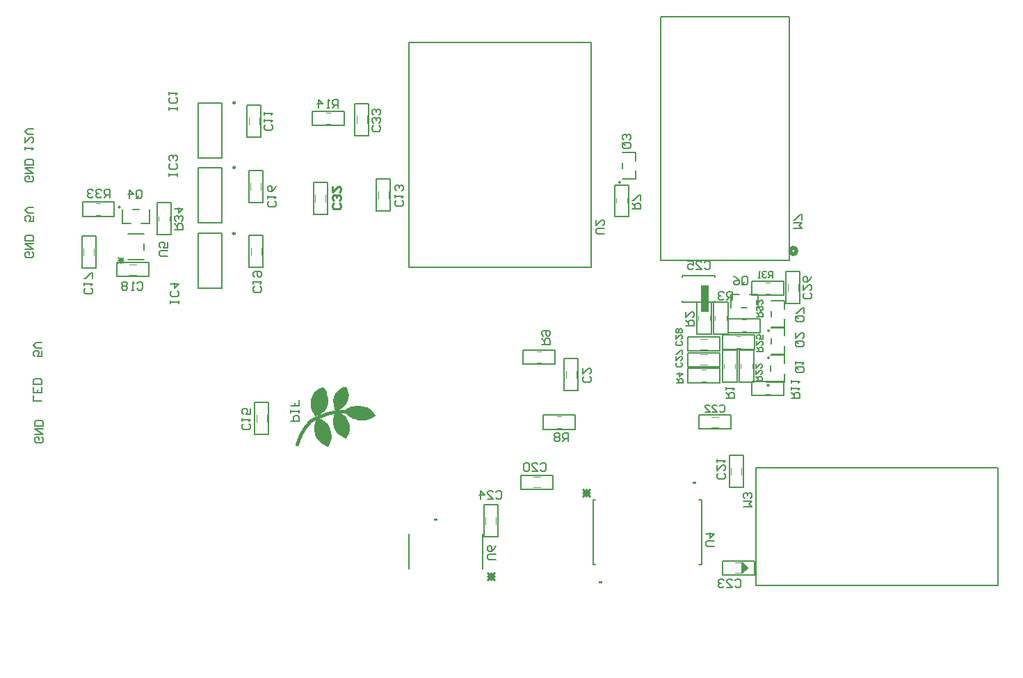
<source format=gbo>
G04*
G04 #@! TF.GenerationSoftware,Altium Limited,Altium Designer,18.1.6 (161)*
G04*
G04 Layer_Color=32896*
%FSTAX24Y24*%
%MOIN*%
G70*
G01*
G75*
%ADD10C,0.0098*%
%ADD11C,0.0080*%
%ADD12C,0.0200*%
%ADD13C,0.0050*%
%ADD14C,0.0060*%
%ADD16C,0.0040*%
%ADD18C,0.0079*%
%ADD20C,0.0158*%
%ADD133C,0.0090*%
G36*
X029368Y028183D02*
X029368Y028184D01*
X029355Y028354D01*
X029355Y028355D01*
X029355Y028356D01*
X029318Y028489D01*
X029317Y028489D01*
X029317Y02849D01*
X029242Y028669D01*
X029242Y028669D01*
X029242Y02867D01*
X029192Y028757D01*
X029191Y028758D01*
X029191Y028758D01*
X029145Y028808D01*
X029144Y028809D01*
X029144Y028809D01*
X029086Y028851D01*
X029086Y028851D01*
X029086Y028851D01*
X029011Y028901D01*
X029011Y028901D01*
X02901Y028901D01*
X028881Y028984D01*
X028881Y028984D01*
X028881Y028985D01*
X028831Y02901D01*
X028773Y029039D01*
X028771Y029039D01*
X02877Y02904D01*
X028753D01*
X028752Y029039D01*
X028751Y029039D01*
X028627Y02899D01*
X028627Y02899D01*
X028626Y02899D01*
X028626Y028989D01*
X028625Y028989D01*
X028625Y028988D01*
X028624Y028987D01*
X028624Y028986D01*
X028623Y028986D01*
X028605Y02891D01*
X028589Y028856D01*
X028589Y028856D01*
X028588Y028855D01*
X028572Y028776D01*
X028572Y028776D01*
X028572Y028776D01*
X028551Y028668D01*
X028551Y028668D01*
X028551Y028668D01*
X028534Y028572D01*
X028534Y028571D01*
X028534Y028571D01*
Y028479D01*
X028534Y028479D01*
X028534Y028478D01*
X028542Y028387D01*
X028543Y028386D01*
X028542Y028386D01*
X028559Y028315D01*
X028559Y028315D01*
X028559Y028315D01*
X028589Y028215D01*
X028589Y028214D01*
X028589Y028214D01*
X028651Y028101D01*
X028652Y028101D01*
X028652Y028101D01*
X028689Y028042D01*
X02869Y028042D01*
X02869Y028041D01*
X028811Y027924D01*
X028811Y027924D01*
X028811Y027924D01*
X028886Y027854D01*
X028886Y027854D01*
X028886Y027853D01*
X028941Y027807D01*
X028941Y027807D01*
X028942Y027807D01*
X029004Y027773D01*
X02912Y027707D01*
X029121Y027707D01*
X029121Y027707D01*
X029183Y027673D01*
X029185Y027673D01*
X029188Y027673D01*
X029188Y027673D01*
X029188Y027673D01*
X02919Y027674D01*
X029192Y027675D01*
X029271Y027792D01*
X029271Y027793D01*
X029271Y027793D01*
X029305Y027868D01*
X029305Y027868D01*
X029305Y027869D01*
X029334Y027965D01*
X029334Y027965D01*
X029334Y027965D01*
X029359Y028052D01*
X029359Y028053D01*
X029359Y028054D01*
X029368Y028183D01*
X029368Y028183D01*
D02*
G37*
G36*
X029218Y029923D02*
X029218Y029924D01*
X02921Y030003D01*
X02921Y030004D01*
X02921Y030004D01*
X029189Y030079D01*
X029152Y030229D01*
X029151Y03023D01*
Y03023D01*
X029131Y03028D01*
X02913Y03028D01*
X02913Y030281D01*
X029072Y030393D01*
X029072Y030393D01*
X029072Y030394D01*
X029005Y030494D01*
X029005Y030494D01*
X029005Y030494D01*
X028971Y030536D01*
X02897Y030536D01*
X028969Y030538D01*
X028968Y030538D01*
X028967Y030538D01*
X028966Y030538D01*
X028964Y030538D01*
X028889Y030509D01*
X028889Y030508D01*
X028888Y030508D01*
X028801Y030462D01*
X028801Y030462D01*
X028801Y030462D01*
X028738Y030429D01*
X028738Y030429D01*
X028738Y030429D01*
X028613Y030341D01*
X028612Y030341D01*
X028612Y030341D01*
X028553Y030282D01*
X028553Y030282D01*
X028553Y030281D01*
X028507Y030215D01*
X028507Y030214D01*
X028506Y030214D01*
X028473Y030147D01*
X028473Y030147D01*
X028473Y030147D01*
X028427Y030051D01*
X028427Y030051D01*
X028427Y030051D01*
X028402Y029993D01*
X028402Y029992D01*
X028402Y029991D01*
X028385Y029891D01*
X028385Y029891D01*
X028385Y02989D01*
X028381Y02974D01*
X028381Y02974D01*
X028381Y02974D01*
X028389Y029581D01*
X028389Y029581D01*
X028389Y02958D01*
X028414Y02946D01*
X028414Y029459D01*
X028414Y029459D01*
X028444Y029359D01*
X028444Y029359D01*
X028444Y029358D01*
X02849Y029258D01*
X02849Y029258D01*
X02849Y029258D01*
X028536Y029183D01*
X028536Y029182D01*
X028536Y029182D01*
X028578Y029128D01*
X028578Y029128D01*
X028578Y029127D01*
X028579Y029127D01*
X02858Y029126D01*
X028581Y029126D01*
X028582Y029125D01*
X028583Y029125D01*
X028583Y029125D01*
X028584Y029126D01*
X028585Y029126D01*
X028835Y029205D01*
X028837Y029206D01*
X028838Y029207D01*
X028854Y029232D01*
X028962Y029323D01*
X029012Y029364D01*
X029012Y029365D01*
X029013Y029365D01*
X029067Y029427D01*
X029067Y029428D01*
X029067Y029428D01*
X029134Y029533D01*
X029134Y029533D01*
X029134Y029533D01*
X029176Y029621D01*
X029176Y029621D01*
X029177Y029622D01*
X029206Y029772D01*
X029206Y029772D01*
X029206Y029773D01*
X029218Y029923D01*
X029218Y029923D01*
D02*
G37*
G36*
X030734Y029625D02*
X030734Y029625D01*
X030822Y029612D01*
X030822Y029612D01*
X030822Y029612D01*
X030901Y029596D01*
X030901Y029596D01*
X030901Y029596D01*
X031014Y029571D01*
X031014Y02957D01*
X031015Y02957D01*
X031065Y029549D01*
X031065Y029549D01*
X031065Y029549D01*
X031132Y02952D01*
X031132Y02952D01*
X031133Y02952D01*
X031179Y029486D01*
X031179Y029486D01*
X031179Y029486D01*
X031262Y029423D01*
X031262Y029423D01*
X031263Y029423D01*
X031321Y02936D01*
X031321Y02936D01*
X031321Y02936D01*
X031392Y029281D01*
X031392Y02928D01*
X031393Y02928D01*
X03143Y029222D01*
X03143Y029221D01*
X031431Y029221D01*
X031464Y02915D01*
X031464Y029148D01*
X031464Y029146D01*
X031464Y029146D01*
X031464Y029146D01*
X031463Y029144D01*
X031461Y029142D01*
X03142Y029121D01*
X031354Y029076D01*
X031353Y029076D01*
X031353Y029076D01*
X031257Y029017D01*
X031257Y029017D01*
X031256Y029017D01*
X031181Y028987D01*
X031181Y028987D01*
X031181Y028987D01*
X031102Y028958D01*
X031101Y028958D01*
X031101Y028958D01*
X030988Y028945D01*
X030988Y028945D01*
X030988Y028945D01*
X030892Y028937D01*
X030892Y028937D01*
X030892Y028937D01*
X030733D01*
X030733Y028937D01*
X030733Y028937D01*
X030658Y028941D01*
X030657Y028942D01*
X030657Y028941D01*
X030573Y028962D01*
X030573Y028962D01*
X030573Y028962D01*
X03049Y028983D01*
X03049Y028983D01*
X030489Y028983D01*
X030414Y029012D01*
X030314Y02905D01*
X030314Y02905D01*
X030314Y02905D01*
X030247Y029088D01*
X030247Y029088D01*
X030246Y029088D01*
X030138Y029172D01*
X030137Y029172D01*
X030137Y029173D01*
X030062Y029269D01*
X030062Y029269D01*
X030061Y029269D01*
X030028Y029323D01*
X030028Y029324D01*
X030027Y029325D01*
X029998Y029429D01*
X029998Y02943D01*
X029998Y029431D01*
X029998Y029433D01*
X029998Y029434D01*
X029999Y029435D01*
X03Y029436D01*
X030001Y029436D01*
X030002Y029437D01*
X030003Y029437D01*
X030004Y029437D01*
X030037Y029437D01*
X030047Y02945D01*
X030048Y029451D01*
X030048Y029451D01*
X030112Y029507D01*
X030112Y029507D01*
X030113Y029508D01*
X030165Y029544D01*
X030165Y029544D01*
X030166Y029544D01*
X03023Y029572D01*
X03023Y029572D01*
X03023Y029572D01*
X030265Y029583D01*
X030265Y029583D01*
X030265Y029583D01*
X030353Y0296D01*
X030353Y0296D01*
X030353Y0296D01*
X030403Y029608D01*
X030403Y029608D01*
X030404Y029608D01*
X030512Y029616D01*
X030512Y029616D01*
X030512Y029616D01*
X030641Y029625D01*
X030641Y029625D01*
X030642Y029625D01*
X030733D01*
X030734Y029625D01*
D02*
G37*
G36*
X030034Y030561D02*
X030034Y030561D01*
X030036Y030559D01*
X030038Y030558D01*
X030096Y030475D01*
X030096Y030474D01*
X030097Y030474D01*
X030126Y030407D01*
Y030407D01*
X030126Y030407D01*
X030155Y030341D01*
X030155Y03034D01*
X030155Y030339D01*
X030176Y030248D01*
X030176Y030248D01*
X030176Y030247D01*
X030193Y030147D01*
X030193Y030147D01*
X030193Y030146D01*
X030185Y030034D01*
X030185Y030033D01*
X030185Y030033D01*
X030168Y029953D01*
X030168Y029953D01*
X030168Y029952D01*
X03013Y029861D01*
X03013Y02986D01*
X03013Y02986D01*
X030096Y02979D01*
X030092Y029779D01*
X030092Y029779D01*
X030092Y029779D01*
X030081Y029757D01*
X030081Y029757D01*
X030081Y029757D01*
X03007Y029736D01*
X03007Y029736D01*
X03007Y029736D01*
X030057Y029716D01*
X030057Y029715D01*
X030057Y029715D01*
X03005Y029705D01*
X03005Y029705D01*
X03005Y029705D01*
X029978Y029617D01*
X029978Y029616D01*
X029978Y029616D01*
X029908Y029546D01*
X029907Y029546D01*
X029907Y029545D01*
X029832Y029495D01*
X029832Y029495D01*
X029831Y029495D01*
X029694Y029424D01*
X029693Y029424D01*
X029692Y029423D01*
X029563Y029403D01*
X029562Y029403D01*
X029562Y029403D01*
X029561Y029403D01*
X02956Y029403D01*
X029559Y029404D01*
X029558Y029404D01*
X029558Y029404D01*
X029557Y029404D01*
X029557Y029405D01*
X029556Y029406D01*
X029514Y029476D01*
X029514Y029477D01*
X029514Y029478D01*
X029497Y029528D01*
X029497Y029528D01*
X029497Y029528D01*
X02948Y029591D01*
X029481Y029591D01*
X02948Y029591D01*
X029468Y029679D01*
X029468Y029679D01*
X029468Y029679D01*
X029447Y029875D01*
X029447Y029876D01*
X029447Y029876D01*
X029455Y02998D01*
X029456Y029981D01*
X029456Y029982D01*
X029472Y030036D01*
X029472Y030036D01*
X029472Y030036D01*
X02951Y030136D01*
X02951Y030137D01*
X02951Y030137D01*
X029585Y030254D01*
X029585Y030254D01*
X029586Y030254D01*
X029644Y030333D01*
X029644Y030334D01*
X029645Y030335D01*
X029703Y030385D01*
X029703Y030385D01*
X029703Y030385D01*
X029766Y030435D01*
X029767Y030435D01*
X029767Y030435D01*
X029859Y030481D01*
X029859Y030481D01*
X029859Y030481D01*
X029934Y030519D01*
X029934Y030519D01*
X029934Y030519D01*
X029996Y030544D01*
X030029Y03056D01*
X030031Y030561D01*
X030033Y030561D01*
X030034Y030561D01*
D02*
G37*
G36*
X029712Y029339D02*
X029714Y029338D01*
X029756Y029313D01*
X029756Y029313D01*
X029756Y029313D01*
X029885Y029234D01*
X029885Y029234D01*
X029885Y029234D01*
X030035Y029117D01*
X030036Y029116D01*
X030037Y029116D01*
X030116Y028995D01*
X030116Y028995D01*
X030116Y028994D01*
X030149Y028933D01*
X03015Y028932D01*
X030187Y028861D01*
X030187Y02886D01*
X030187Y02886D01*
X030208Y028793D01*
X030208Y028793D01*
X030209Y028793D01*
X030234Y028701D01*
X030233Y028701D01*
X030234Y0287D01*
X030246Y028517D01*
X030246Y028516D01*
X030246Y028516D01*
X030238Y028441D01*
X030237Y02844D01*
X030237Y02844D01*
X030221Y028381D01*
X030221Y028381D01*
X030221Y028381D01*
X030196Y028306D01*
X030195Y028306D01*
X030195Y028305D01*
X030133Y028184D01*
X030133Y028184D01*
X030133Y028184D01*
X030062Y028075D01*
X03006Y028074D01*
X030059Y028073D01*
X030058Y028073D01*
X030058Y028073D01*
X030056Y028073D01*
X030054Y028073D01*
X029983Y028102D01*
X029983Y028102D01*
X029983Y028102D01*
X029879Y028152D01*
X029878Y028152D01*
X029878Y028152D01*
X029699Y028257D01*
X029699Y028257D01*
X029698Y028258D01*
X029631Y02832D01*
X029631Y02832D01*
X029631Y028321D01*
X029568Y0284D01*
X029568Y0284D01*
X029568Y0284D01*
X029531Y02845D01*
X02953Y028451D01*
X02953Y028452D01*
X0295Y028522D01*
Y028523D01*
X0295Y028523D01*
X029467Y028636D01*
X029467Y028636D01*
X029467Y028636D01*
X029442Y028811D01*
X029442Y028812D01*
X029442Y028813D01*
X029446Y028958D01*
X029446Y028959D01*
X029446Y028959D01*
X029488Y029147D01*
X029488Y029148D01*
X029488Y029148D01*
X029567Y029315D01*
X029568Y029316D01*
X029568Y029316D01*
X029568Y029316D01*
X029568Y029317D01*
X02957Y029317D01*
X029571Y029318D01*
X029571Y029318D01*
X029572Y029319D01*
X02971Y029339D01*
X029712Y029339D01*
D02*
G37*
G36*
X042175Y021235D02*
Y021135D01*
X042325D01*
Y021235D01*
X042175D01*
D02*
G37*
G36*
X04905Y02212D02*
X0493Y02187D01*
X04905Y02162D01*
Y02212D01*
D02*
G37*
G36*
X05Y01737D02*
D01*
D02*
G37*
G36*
X034425Y02413D02*
Y02423D01*
X034275D01*
Y02413D01*
X034425D01*
D02*
G37*
G36*
X046675Y025905D02*
Y026005D01*
X046825D01*
Y025905D01*
X046675D01*
D02*
G37*
G36*
X04743Y0354D02*
X04706D01*
Y03412D01*
X04743D01*
Y0354D01*
D02*
G37*
D10*
X024731Y037889D02*
G03*
X024731Y037889I-000049J0D01*
G01*
Y041039D02*
G03*
X024731Y041039I-000049J0D01*
G01*
Y044139D02*
G03*
X024731Y044139I-000049J0D01*
G01*
D11*
X01468Y04191D02*
Y042043D01*
Y041977D01*
X01508D01*
X015013Y04191D01*
X01468Y04251D02*
Y042243D01*
X014947Y04251D01*
X015013D01*
X01508Y042443D01*
Y04231D01*
X015013Y042243D01*
X01508Y042643D02*
X014813D01*
X01468Y042776D01*
X014813Y04291D01*
X01508D01*
Y038727D02*
Y03846D01*
X01488D01*
X014947Y038593D01*
Y03866D01*
X01488Y038727D01*
X014747D01*
X01468Y03866D01*
Y038527D01*
X014747Y03846D01*
X01508Y03886D02*
X014813D01*
X01468Y038993D01*
X014813Y039126D01*
X01508D01*
X015013Y040627D02*
X01508Y04056D01*
Y040427D01*
X015013Y04036D01*
X014747D01*
X01468Y040427D01*
Y04056D01*
X014747Y040627D01*
X01488D01*
Y040493D01*
X01468Y04076D02*
X01508D01*
X01468Y041026D01*
X01508D01*
Y04116D02*
X01468D01*
Y04136D01*
X014747Y041426D01*
X015013D01*
X01508Y04136D01*
Y04116D01*
X015013Y037007D02*
X01508Y03694D01*
Y036807D01*
X015013Y03674D01*
X014747D01*
X01468Y036807D01*
Y03694D01*
X014747Y037007D01*
X01488D01*
Y036873D01*
X01468Y03714D02*
X01508D01*
X01468Y037406D01*
X01508D01*
Y03754D02*
X01468D01*
Y03774D01*
X014747Y037806D01*
X015013D01*
X01508Y03774D01*
Y03754D01*
X0274Y028887D02*
X0278D01*
Y029087D01*
X027733Y029153D01*
X0276D01*
X027533Y029087D01*
Y028887D01*
X0278Y029287D02*
Y02942D01*
Y029353D01*
X0274D01*
Y029287D01*
Y02942D01*
X0278Y029886D02*
Y02962D01*
X0276D01*
Y029753D01*
Y02962D01*
X0274D01*
X015463Y028127D02*
X01553Y02806D01*
Y027927D01*
X015463Y02786D01*
X015197D01*
X01513Y027927D01*
Y02806D01*
X015197Y028127D01*
X01533D01*
Y027993D01*
X01513Y02826D02*
X01553D01*
X01513Y028526D01*
X01553D01*
Y02866D02*
X01513D01*
Y02886D01*
X015197Y028926D01*
X015463D01*
X01553Y02886D01*
Y02866D01*
X01547Y02985D02*
X01507D01*
Y030117D01*
X01547Y030516D02*
Y03025D01*
X01507D01*
Y030516D01*
X01527Y03025D02*
Y030383D01*
X01547Y03065D02*
X01507D01*
Y03085D01*
X015137Y030916D01*
X015403D01*
X01547Y03085D01*
Y03065D01*
X01546Y032277D02*
Y03201D01*
X01526D01*
X015327Y032143D01*
Y03221D01*
X01526Y032277D01*
X015127D01*
X01506Y03221D01*
Y032077D01*
X015127Y03201D01*
X01546Y03241D02*
X015193D01*
X01506Y032543D01*
X015193Y032676D01*
X01546D01*
X01914Y036467D02*
X019407Y036733D01*
X01914D02*
X019407Y036467D01*
X01914Y0366D02*
X019407D01*
X019273Y036733D02*
Y036467D01*
X047254Y036483D02*
X047321Y03655D01*
X047454D01*
X047521Y036483D01*
Y036217D01*
X047454Y03615D01*
X047321D01*
X047254Y036217D01*
X046854Y03615D02*
X047121D01*
X046854Y036417D01*
Y036483D01*
X046921Y03655D01*
X047054D01*
X047121Y036483D01*
X046454Y03655D02*
X046721D01*
Y03635D01*
X046588Y036417D01*
X046521D01*
X046454Y03635D01*
Y036217D01*
X046521Y03615D01*
X046654D01*
X046721Y036217D01*
X04772Y02289D02*
X047387D01*
X04732Y022957D01*
Y02309D01*
X047387Y023157D01*
X04772D01*
X04732Y02349D02*
X04772D01*
X04752Y02329D01*
Y023556D01*
X026483Y043097D02*
X02655Y04303D01*
Y042897D01*
X026483Y04283D01*
X026217D01*
X02615Y042897D01*
Y04303D01*
X026217Y043097D01*
X02615Y04323D02*
Y043363D01*
Y043297D01*
X02655D01*
X026483Y04323D01*
X02615Y043563D02*
Y043696D01*
Y04363D01*
X02655D01*
X026483Y043563D01*
X03723Y02227D02*
X036897D01*
X03683Y022337D01*
Y02247D01*
X036897Y022537D01*
X03723D01*
Y022936D02*
X037163Y022803D01*
X03703Y02267D01*
X036897D01*
X03683Y022737D01*
Y02287D01*
X036897Y022936D01*
X036963D01*
X03703Y02287D01*
Y02267D01*
X02149Y03679D02*
X021157D01*
X02109Y036857D01*
Y03699D01*
X021157Y037057D01*
X02149D01*
Y037456D02*
Y03719D01*
X02129D01*
X021357Y037323D01*
Y03739D01*
X02129Y037456D01*
X021157D01*
X02109Y03739D01*
Y037257D01*
X021157Y03719D01*
X04243Y03787D02*
X042097D01*
X04203Y037937D01*
Y03807D01*
X042097Y038137D01*
X04243D01*
X04203Y038536D02*
Y03827D01*
X042297Y038536D01*
X042363D01*
X04243Y03847D01*
Y038337D01*
X042363Y03827D01*
X02184Y03808D02*
X02224D01*
Y03828D01*
X022173Y038347D01*
X02204D01*
X021973Y03828D01*
Y03808D01*
Y038213D02*
X02184Y038347D01*
X022173Y03848D02*
X02224Y038547D01*
Y03868D01*
X022173Y038746D01*
X022107D01*
X02204Y03868D01*
Y038613D01*
Y03868D01*
X021973Y038746D01*
X021907D01*
X02184Y03868D01*
Y038547D01*
X021907Y03848D01*
X02184Y03908D02*
X02224D01*
X02204Y03888D01*
Y039146D01*
X01875Y0396D02*
Y04D01*
X01855D01*
X018483Y039933D01*
Y0398D01*
X01855Y039733D01*
X01875D01*
X018617D02*
X018483Y0396D01*
X01835Y039933D02*
X018283Y04D01*
X01815D01*
X018084Y039933D01*
Y039867D01*
X01815Y0398D01*
X018217D01*
X01815D01*
X018084Y039733D01*
Y039667D01*
X01815Y0396D01*
X018283D01*
X01835Y039667D01*
X01795Y039933D02*
X017884Y04D01*
X01775D01*
X017684Y039933D01*
Y039867D01*
X01775Y0398D01*
X017817D01*
X01775D01*
X017684Y039733D01*
Y039667D01*
X01775Y0396D01*
X017884D01*
X01795Y039667D01*
X049731Y033884D02*
X05003D01*
Y034034D01*
X04998Y034084D01*
X04988D01*
X049831Y034034D01*
Y033884D01*
Y033984D02*
X049731Y034084D01*
X04998Y034184D02*
X05003Y034234D01*
Y034334D01*
X04998Y034384D01*
X04993D01*
X04988Y034334D01*
Y034284D01*
Y034334D01*
X049831Y034384D01*
X049781D01*
X049731Y034334D01*
Y034234D01*
X049781Y034184D01*
X049731Y034684D02*
Y034484D01*
X04993Y034684D01*
X04998D01*
X05003Y034634D01*
Y034534D01*
X04998Y034484D01*
X050521Y03577D02*
Y03607D01*
X050371D01*
X050321Y03602D01*
Y03592D01*
X050371Y03587D01*
X050521D01*
X050421D02*
X050321Y03577D01*
X050221Y03602D02*
X050171Y03607D01*
X050071D01*
X050021Y03602D01*
Y03597D01*
X050071Y03592D01*
X050121D01*
X050071D01*
X050021Y03587D01*
Y03582D01*
X050071Y03577D01*
X050171D01*
X050221Y03582D01*
X049921Y03577D02*
X049821D01*
X049871D01*
Y03607D01*
X049921Y03602D01*
X049731Y03222D02*
X05003D01*
Y03237D01*
X04998Y03242D01*
X04988D01*
X049831Y03237D01*
Y03222D01*
Y03232D02*
X049731Y03242D01*
Y03272D02*
Y03252D01*
X04993Y03272D01*
X04998D01*
X05003Y03267D01*
Y03257D01*
X04998Y03252D01*
X05003Y03302D02*
Y03282D01*
X04988D01*
X04993Y03292D01*
Y03297D01*
X04988Y03302D01*
X049781D01*
X049731Y03297D01*
Y03287D01*
X049781Y03282D01*
X049701Y03084D02*
X05D01*
Y03099D01*
X04995Y03104D01*
X049851D01*
X049801Y03099D01*
Y03084D01*
Y03094D02*
X049701Y03104D01*
Y03134D02*
Y03114D01*
X0499Y03134D01*
X04995D01*
X05Y03129D01*
Y03119D01*
X04995Y03114D01*
X049701Y03164D02*
Y03144D01*
X0499Y03164D01*
X04995D01*
X05Y03159D01*
Y03149D01*
X04995Y03144D01*
X02968Y04391D02*
Y04431D01*
X02948D01*
X029413Y044243D01*
Y04411D01*
X02948Y044043D01*
X02968D01*
X029547D02*
X029413Y04391D01*
X02928D02*
X029147D01*
X029213D01*
Y04431D01*
X02928Y044243D01*
X028747Y04391D02*
Y04431D01*
X028947Y04411D01*
X02868D01*
X051391Y03001D02*
X05179D01*
Y03021D01*
X051724Y030277D01*
X05159D01*
X051524Y03021D01*
Y03001D01*
Y030143D02*
X051391Y030277D01*
Y03041D02*
Y030543D01*
Y030477D01*
X05179D01*
X051724Y03041D01*
X051391Y030743D02*
Y030876D01*
Y03081D01*
X05179D01*
X051724Y030743D01*
X03944Y03258D02*
X03984D01*
Y03278D01*
X039773Y032847D01*
X03964D01*
X039573Y03278D01*
Y03258D01*
Y032713D02*
X03944Y032847D01*
X039507Y03298D02*
X03944Y033047D01*
Y03318D01*
X039507Y033246D01*
X039773D01*
X03984Y03318D01*
Y033047D01*
X039773Y03298D01*
X039707D01*
X03964Y033047D01*
Y033246D01*
X04069Y02793D02*
Y02833D01*
X04049D01*
X040423Y028263D01*
Y02813D01*
X04049Y028063D01*
X04069D01*
X040557D02*
X040423Y02793D01*
X04029Y028263D02*
X040223Y02833D01*
X04009D01*
X040024Y028263D01*
Y028197D01*
X04009Y02813D01*
X040024Y028063D01*
Y027997D01*
X04009Y02793D01*
X040223D01*
X04029Y027997D01*
Y028063D01*
X040223Y02813D01*
X04029Y028197D01*
Y028263D01*
X040223Y02813D02*
X04009D01*
X04377Y03906D02*
X04417D01*
Y03926D01*
X044103Y039327D01*
X04397D01*
X043903Y03926D01*
Y03906D01*
Y039193D02*
X04377Y039327D01*
X04417Y03946D02*
Y039726D01*
X044103D01*
X043837Y03946D01*
X04377D01*
X045891Y03073D02*
X04619D01*
Y03088D01*
X04614Y03093D01*
X046041D01*
X045991Y03088D01*
Y03073D01*
Y03083D02*
X045891Y03093D01*
Y03118D02*
X04619D01*
X046041Y03103D01*
Y03123D01*
X048561Y0347D02*
Y0351D01*
X048361D01*
X048294Y035033D01*
Y0349D01*
X048361Y034833D01*
X048561D01*
X048427D02*
X048294Y0347D01*
X048161Y035033D02*
X048094Y0351D01*
X047961D01*
X047894Y035033D01*
Y034967D01*
X047961Y0349D01*
X048027D01*
X047961D01*
X047894Y034833D01*
Y034767D01*
X047961Y0347D01*
X048094D01*
X048161Y034767D01*
X046331Y03345D02*
X04673D01*
Y03365D01*
X046664Y033717D01*
X04653D01*
X046464Y03365D01*
Y03345D01*
Y033583D02*
X046331Y033717D01*
Y034116D02*
Y03385D01*
X046597Y034116D01*
X046664D01*
X04673Y03405D01*
Y033917D01*
X046664Y03385D01*
X048261Y03D02*
X04866D01*
Y0302D01*
X048594Y030267D01*
X04846D01*
X048394Y0302D01*
Y03D01*
Y030133D02*
X048261Y030267D01*
Y0304D02*
Y030533D01*
Y030467D01*
X04866D01*
X048594Y0304D01*
X051667Y033917D02*
X051934D01*
X052Y03385D01*
Y033717D01*
X051934Y03365D01*
X051667D01*
X051601Y033717D01*
Y03385D01*
X051734Y033783D02*
X051601Y033917D01*
Y03385D02*
X051667Y033917D01*
X052Y03405D02*
Y034316D01*
X051934D01*
X051667Y03405D01*
X051601D01*
X049038Y035487D02*
Y035753D01*
X049105Y03582D01*
X049238D01*
X049305Y035753D01*
Y035487D01*
X049238Y03542D01*
X049105D01*
X049172Y035553D02*
X049038Y03542D01*
X049105D02*
X049038Y035487D01*
X048639Y03582D02*
X048772Y035753D01*
X048905Y03562D01*
Y035487D01*
X048838Y03542D01*
X048705D01*
X048639Y035487D01*
Y035553D01*
X048705Y03562D01*
X048905D01*
X020013Y039647D02*
Y039913D01*
X02008Y03998D01*
X020213D01*
X02028Y039913D01*
Y039647D01*
X020213Y03958D01*
X02008D01*
X020147Y039713D02*
X020013Y03958D01*
X02008D02*
X020013Y039647D01*
X01968Y03958D02*
Y03998D01*
X01988Y03978D01*
X019614D01*
X043357Y042227D02*
X043623D01*
X04369Y04216D01*
Y042027D01*
X043623Y04196D01*
X043357D01*
X04329Y042027D01*
Y04216D01*
X043423Y042093D02*
X04329Y042227D01*
Y04216D02*
X043357Y042227D01*
X043623Y04236D02*
X04369Y042427D01*
Y04256D01*
X043623Y042626D01*
X043557D01*
X04349Y04256D01*
Y042493D01*
Y04256D01*
X043423Y042626D01*
X043357D01*
X04329Y04256D01*
Y042427D01*
X043357Y04236D01*
X051667Y032727D02*
X051934D01*
X052Y03266D01*
Y032527D01*
X051934Y03246D01*
X051667D01*
X051601Y032527D01*
Y03266D01*
X051734Y032593D02*
X051601Y032727D01*
Y03266D02*
X051667Y032727D01*
X051601Y033126D02*
Y03286D01*
X051867Y033126D01*
X051934D01*
X052Y03306D01*
Y032927D01*
X051934Y03286D01*
X051667Y031497D02*
X051934D01*
X052Y03143D01*
Y031297D01*
X051934Y03123D01*
X051667D01*
X051601Y031297D01*
Y03143D01*
X051734Y031363D02*
X051601Y031497D01*
Y03143D02*
X051667Y031497D01*
X051601Y03163D02*
Y031763D01*
Y031697D01*
X052D01*
X051934Y03163D01*
X05149Y03814D02*
X05189D01*
X051757Y038273D01*
X05189Y038407D01*
X05149D01*
X05189Y03854D02*
Y038806D01*
X051823D01*
X051557Y03854D01*
X05149D01*
X0491Y02479D02*
X0495D01*
X049367Y024923D01*
X0495Y025057D01*
X0491D01*
X049433Y02519D02*
X0495Y025257D01*
Y02539D01*
X049433Y025456D01*
X049367D01*
X0493Y02539D01*
Y025323D01*
Y02539D01*
X049233Y025456D01*
X049167D01*
X0491Y02539D01*
Y025257D01*
X049167Y02519D01*
X02205Y03453D02*
Y034663D01*
Y034597D01*
X02165D01*
Y03453D01*
Y034663D01*
X021983Y03513D02*
X02205Y035063D01*
Y03493D01*
X021983Y034863D01*
X021717D01*
X02165Y03493D01*
Y035063D01*
X021717Y03513D01*
X02165Y035463D02*
X02205D01*
X02185Y035263D01*
Y03553D01*
X02196Y04063D02*
Y040763D01*
Y040697D01*
X02156D01*
Y04063D01*
Y040763D01*
X021893Y04123D02*
X02196Y041163D01*
Y04103D01*
X021893Y040963D01*
X021627D01*
X02156Y04103D01*
Y041163D01*
X021627Y04123D01*
X021893Y041363D02*
X02196Y04143D01*
Y041563D01*
X021893Y04163D01*
X021827D01*
X02176Y041563D01*
Y041496D01*
Y041563D01*
X021693Y04163D01*
X021627D01*
X02156Y041563D01*
Y04143D01*
X021627Y041363D01*
X02196Y04379D02*
Y043923D01*
Y043857D01*
X02156D01*
Y04379D01*
Y043923D01*
X021893Y04439D02*
X02196Y044323D01*
Y04419D01*
X021893Y044123D01*
X021627D01*
X02156Y04419D01*
Y044323D01*
X021627Y04439D01*
X02156Y044523D02*
Y044656D01*
Y04459D01*
X02196D01*
X021893Y044523D01*
X031653Y043047D02*
X03172Y04298D01*
Y042847D01*
X031653Y04278D01*
X031387D01*
X03132Y042847D01*
Y04298D01*
X031387Y043047D01*
X031653Y04318D02*
X03172Y043247D01*
Y04338D01*
X031653Y043446D01*
X031587D01*
X03152Y04338D01*
Y043313D01*
Y04338D01*
X031453Y043446D01*
X031387D01*
X03132Y04338D01*
Y043247D01*
X031387Y04318D01*
X031653Y04358D02*
X03172Y043646D01*
Y04378D01*
X031653Y043846D01*
X031587D01*
X03152Y04378D01*
Y043713D01*
Y04378D01*
X031453Y043846D01*
X031387D01*
X03132Y04378D01*
Y043646D01*
X031387Y04358D01*
X04612Y03272D02*
X04617Y03267D01*
Y03257D01*
X04612Y03252D01*
X045921D01*
X045871Y03257D01*
Y03267D01*
X045921Y03272D01*
X045871Y03302D02*
Y03282D01*
X04607Y03302D01*
X04612D01*
X04617Y03297D01*
Y03287D01*
X04612Y03282D01*
Y03312D02*
X04617Y03317D01*
Y03327D01*
X04612Y03332D01*
X04607D01*
X04602Y03327D01*
X045971Y03332D01*
X045921D01*
X045871Y03327D01*
Y03317D01*
X045921Y03312D01*
X045971D01*
X04602Y03317D01*
X04607Y03312D01*
X04612D01*
X04602Y03317D02*
Y03327D01*
X04612Y0317D02*
X04617Y03165D01*
Y03155D01*
X04612Y0315D01*
X045921D01*
X045871Y03155D01*
Y03165D01*
X045921Y0317D01*
X045871Y032D02*
Y0318D01*
X04607Y032D01*
X04612D01*
X04617Y03195D01*
Y03185D01*
X04612Y0318D01*
X04617Y0321D02*
Y0323D01*
X04612D01*
X045921Y0321D01*
X045871D01*
X052304Y035017D02*
X05237Y03495D01*
Y034817D01*
X052304Y03475D01*
X052037D01*
X051971Y034817D01*
Y03495D01*
X052037Y035017D01*
X051971Y035416D02*
Y03515D01*
X052237Y035416D01*
X052304D01*
X05237Y03535D01*
Y035217D01*
X052304Y03515D01*
X05237Y035816D02*
X052304Y035683D01*
X05217Y03555D01*
X052037D01*
X051971Y035616D01*
Y03575D01*
X052037Y035816D01*
X052104D01*
X05217Y03575D01*
Y03555D01*
X037233Y025493D02*
X0373Y02556D01*
X037433D01*
X0375Y025493D01*
Y025227D01*
X037433Y02516D01*
X0373D01*
X037233Y025227D01*
X036834Y02516D02*
X0371D01*
X036834Y025427D01*
Y025493D01*
X0369Y02556D01*
X037033D01*
X0371Y025493D01*
X0365Y02516D02*
Y02556D01*
X0367Y02536D01*
X036434D01*
X048693Y021273D02*
X04876Y02134D01*
X048893D01*
X04896Y021273D01*
Y021007D01*
X048893Y02094D01*
X04876D01*
X048693Y021007D01*
X048294Y02094D02*
X04856D01*
X048294Y021207D01*
Y021273D01*
X04836Y02134D01*
X048493D01*
X04856Y021273D01*
X04816D02*
X048094Y02134D01*
X04796D01*
X047894Y021273D01*
Y021207D01*
X04796Y02114D01*
X048027D01*
X04796D01*
X047894Y021073D01*
Y021007D01*
X04796Y02094D01*
X048094D01*
X04816Y021007D01*
X047957Y029621D02*
X048015Y02968D01*
X048132D01*
X04819Y029621D01*
Y029388D01*
X048132Y02933D01*
X048015D01*
X047957Y029388D01*
X047607Y02933D02*
X04784D01*
X047607Y029563D01*
Y029621D01*
X047665Y02968D01*
X047782D01*
X04784Y029621D01*
X047257Y02933D02*
X04749D01*
X047257Y029563D01*
Y029621D01*
X047315Y02968D01*
X047432D01*
X04749Y029621D01*
X048163Y026387D02*
X04823Y02632D01*
Y026187D01*
X048163Y02612D01*
X047897D01*
X04783Y026187D01*
Y02632D01*
X047897Y026387D01*
X04783Y026786D02*
Y02652D01*
X048097Y026786D01*
X048163D01*
X04823Y02672D01*
Y026587D01*
X048163Y02652D01*
X04783Y02692D02*
Y027053D01*
Y026986D01*
X04823D01*
X048163Y02692D01*
X039373Y026823D02*
X03944Y02689D01*
X039573D01*
X03964Y026823D01*
Y026557D01*
X039573Y02649D01*
X03944D01*
X039373Y026557D01*
X038974Y02649D02*
X03924D01*
X038974Y026757D01*
Y026823D01*
X03904Y02689D01*
X039173D01*
X03924Y026823D01*
X03884D02*
X038774Y02689D01*
X03864D01*
X038574Y026823D01*
Y026557D01*
X03864Y02649D01*
X038774D01*
X03884Y026557D01*
Y026823D01*
X025943Y035347D02*
X02601Y03528D01*
Y035147D01*
X025943Y03508D01*
X025677D01*
X02561Y035147D01*
Y03528D01*
X025677Y035347D01*
X02561Y03548D02*
Y035613D01*
Y035547D01*
X02601D01*
X025943Y03548D01*
X025677Y035813D02*
X02561Y03588D01*
Y036013D01*
X025677Y03608D01*
X025943D01*
X02601Y036013D01*
Y03588D01*
X025943Y035813D01*
X025877D01*
X02581Y03588D01*
Y03608D01*
X020053Y035513D02*
X02012Y03558D01*
X020253D01*
X02032Y035513D01*
Y035247D01*
X020253Y03518D01*
X02012D01*
X020053Y035247D01*
X01992Y03518D02*
X019787D01*
X019853D01*
Y03558D01*
X01992Y035513D01*
X019587D02*
X01952Y03558D01*
X019387D01*
X01932Y035513D01*
Y035447D01*
X019387Y03538D01*
X01932Y035313D01*
Y035247D01*
X019387Y03518D01*
X01952D01*
X019587Y035247D01*
Y035313D01*
X01952Y03538D01*
X019587Y035447D01*
Y035513D01*
X01952Y03538D02*
X019387D01*
X017833Y035267D02*
X0179Y0352D01*
Y035067D01*
X017833Y035D01*
X017567D01*
X0175Y035067D01*
Y0352D01*
X017567Y035267D01*
X0175Y0354D02*
Y035533D01*
Y035467D01*
X0179D01*
X017833Y0354D01*
X0179Y035733D02*
Y036D01*
X017833D01*
X017567Y035733D01*
X0175D01*
X026633Y039425D02*
X0267Y039358D01*
Y039225D01*
X026633Y039158D01*
X026367D01*
X0263Y039225D01*
Y039358D01*
X026367Y039425D01*
X0263Y039558D02*
Y039691D01*
Y039624D01*
X0267D01*
X026633Y039558D01*
X0267Y040158D02*
X026633Y040024D01*
X0265Y039891D01*
X026367D01*
X0263Y039958D01*
Y040091D01*
X026367Y040158D01*
X026433D01*
X0265Y040091D01*
Y039891D01*
X025393Y028757D02*
X02546Y02869D01*
Y028557D01*
X025393Y02849D01*
X025127D01*
X02506Y028557D01*
Y02869D01*
X025127Y028757D01*
X02506Y02889D02*
Y029023D01*
Y028957D01*
X02546D01*
X025393Y02889D01*
X02546Y02949D02*
Y029223D01*
X02526D01*
X025327Y029356D01*
Y029423D01*
X02526Y02949D01*
X025127D01*
X02506Y029423D01*
Y02929D01*
X025127Y029223D01*
X032726Y039457D02*
X032793Y03939D01*
Y039257D01*
X032726Y03919D01*
X03246D01*
X032393Y039257D01*
Y03939D01*
X03246Y039457D01*
X032393Y03959D02*
Y039723D01*
Y039657D01*
X032793D01*
X032726Y03959D01*
Y039923D02*
X032793Y03999D01*
Y040123D01*
X032726Y04019D01*
X03266D01*
X032593Y040123D01*
Y040057D01*
Y040123D01*
X032526Y04019D01*
X03246D01*
X032393Y040123D01*
Y03999D01*
X03246Y039923D01*
X041723Y031027D02*
X04179Y03096D01*
Y030827D01*
X041723Y03076D01*
X041457D01*
X04139Y030827D01*
Y03096D01*
X041457Y031027D01*
X04139Y031426D02*
Y03116D01*
X041657Y031426D01*
X041723D01*
X04179Y03136D01*
Y031227D01*
X041723Y03116D01*
D12*
X051647Y037047D02*
G03*
X051647Y037047I-00015J0D01*
G01*
D13*
X02849Y03879D02*
Y04032D01*
X02916D01*
Y03879D02*
Y04032D01*
X02849Y03879D02*
X02916D01*
X051141Y03452D02*
Y03605D01*
X051811D01*
Y03452D02*
Y03605D01*
X051141Y03452D02*
X051811D01*
X051031Y03492D02*
Y0356D01*
X049511D02*
X051031D01*
X049511Y03492D02*
Y0356D01*
Y03492D02*
X051031D01*
Y03013D02*
Y03081D01*
X049511D02*
X051031D01*
X049511Y03013D02*
Y03081D01*
Y03013D02*
X051031D01*
X048111Y03234D02*
Y03302D01*
Y03234D02*
X049631D01*
Y03302D01*
X048111D02*
X049631D01*
X046881Y03307D02*
Y03459D01*
X047561D01*
Y03307D02*
Y03459D01*
X046881Y03307D02*
X047561D01*
X047681D02*
Y03459D01*
X048361D01*
Y03307D02*
Y03459D01*
X047681Y03307D02*
X048361D01*
X046429Y032924D02*
X047959D01*
Y032254D02*
Y032924D01*
X046429Y032254D02*
X047959D01*
X046429D02*
Y032924D01*
Y032174D02*
X047959D01*
Y031504D02*
Y032174D01*
X046429Y031504D02*
X047959D01*
X046429D02*
Y032174D01*
X04698Y02852D02*
X04851D01*
X04698D02*
Y02919D01*
X04851D01*
Y02852D02*
Y02919D01*
X04844Y02727D02*
X04911D01*
X04844Y02574D02*
Y02727D01*
Y02574D02*
X04911D01*
Y02727D01*
X04812Y02221D02*
X04965D01*
Y02154D02*
Y02221D01*
X04812Y02154D02*
X04965D01*
X04812D02*
Y02221D01*
X038537Y03231D02*
X040057D01*
Y03163D02*
Y03231D01*
X038537Y03163D02*
X040057D01*
X038537D02*
Y03231D01*
X0405Y03036D02*
Y03189D01*
X04117D01*
Y03036D02*
Y03189D01*
X0405Y03036D02*
X04117D01*
X03843Y026309D02*
X03996D01*
Y025639D02*
Y026309D01*
X03843Y025639D02*
X03996D01*
X03843D02*
Y026309D01*
X03734Y02336D02*
Y02489D01*
X03667Y02336D02*
X03734D01*
X03667D02*
Y02489D01*
X03734D01*
X02567Y02826D02*
X02634D01*
Y02979D01*
X02567D02*
X02634D01*
X02567Y02826D02*
Y02979D01*
X017399Y036226D02*
Y037756D01*
X018069D01*
Y036226D02*
Y037756D01*
X017399Y036226D02*
X018069D01*
X019069Y036486D02*
X020599D01*
Y035816D02*
Y036486D01*
X019069Y035816D02*
X020599D01*
X019069D02*
Y036486D01*
X02607Y03937D02*
Y0409D01*
X0254Y03937D02*
X02607D01*
X0254D02*
Y0409D01*
X02607D01*
X02608Y03626D02*
Y03779D01*
X02541Y03626D02*
X02608D01*
X02541D02*
Y03779D01*
X02608D01*
X02531Y04404D02*
X02598D01*
X02531Y04251D02*
Y04404D01*
Y04251D02*
X02598D01*
Y04404D01*
X02845Y043736D02*
X02997D01*
Y043056D02*
Y043736D01*
X02845Y043056D02*
X02997D01*
X02845D02*
Y043736D01*
X03047Y042576D02*
Y044106D01*
X03114D01*
Y042576D02*
Y044106D01*
X03047Y042576D02*
X03114D01*
X03218Y03897D02*
Y0405D01*
X03151Y03897D02*
X03218D01*
X03151D02*
Y0405D01*
X03218D01*
X039509Y028504D02*
Y029184D01*
Y028504D02*
X041028D01*
Y029184D01*
X039509D02*
X041028D01*
X042934Y038688D02*
X043614D01*
Y040208D01*
X042934D02*
X043614D01*
X042934Y038688D02*
Y040208D01*
X020999Y037836D02*
X021679D01*
Y039356D01*
X020999D02*
X021679D01*
X020999Y037836D02*
Y039356D01*
X018949Y038706D02*
Y039386D01*
X017429D02*
X018949D01*
X017429Y038706D02*
Y039386D01*
Y038706D02*
X018949D01*
X048111Y032294D02*
X048791D01*
X048111Y030774D02*
Y032294D01*
Y030774D02*
X048791D01*
Y032294D01*
X048921D02*
X049601D01*
X048921Y030774D02*
Y032294D01*
Y030774D02*
X049601D01*
Y032294D01*
X046439Y031424D02*
X047959D01*
Y030744D02*
Y031424D01*
X046439Y030744D02*
X047959D01*
X046439D02*
Y031424D01*
X048375Y03313D02*
X049895D01*
X048375D02*
Y03381D01*
X049895D01*
Y03313D02*
Y03381D01*
D14*
X019239Y039146D02*
G03*
X019239Y039146I-00005J0D01*
G01*
X050353Y033235D02*
G03*
X050353Y033235I-00005J0D01*
G01*
X050001Y0342D02*
G03*
X050001Y0342I-00005J0D01*
G01*
X050355Y03194D02*
G03*
X050355Y03194I-00005J0D01*
G01*
X050343Y030615D02*
G03*
X050343Y030615I-00005J0D01*
G01*
X04323Y040335D02*
G03*
X04323Y040335I-00005J0D01*
G01*
X019349Y038371D02*
Y039021D01*
X02023Y038371D02*
X020629D01*
Y039021D01*
X019855D02*
X020123D01*
X019349Y038371D02*
X019748D01*
X047741Y034594D02*
Y03467D01*
Y035799D02*
Y035874D01*
X046181D02*
X047741D01*
X046181Y034594D02*
Y03467D01*
Y034594D02*
X047741D01*
X046181Y035799D02*
Y035874D01*
X051078Y033395D02*
Y033794D01*
X050428Y033901D02*
Y034169D01*
Y034675D02*
X051078D01*
Y034276D02*
Y034675D01*
X050428Y033395D02*
X051078D01*
X049392Y034975D02*
X049791D01*
X049017Y034325D02*
X049285D01*
X048511D02*
Y034975D01*
X04891D01*
X049791Y034325D02*
Y034975D01*
X05043Y0321D02*
X05108D01*
Y032981D02*
Y03338D01*
X05043D02*
X05108D01*
X05043Y032606D02*
Y032874D01*
X05108Y0321D02*
Y032499D01*
X050418Y030775D02*
X051068D01*
Y031656D02*
Y032055D01*
X050418D02*
X051068D01*
X050418Y031281D02*
Y031549D01*
X051068Y030775D02*
Y031174D01*
X0497Y02102D02*
Y02667D01*
Y02102D02*
X0613D01*
Y02667D01*
X0497D02*
X0613D01*
X04905Y02212D02*
X0493Y02187D01*
X04905Y02162D02*
X0493Y02187D01*
X04905Y02162D02*
Y02212D01*
X04189Y022025D02*
X042014D01*
X04711D02*
Y025115D01*
X046986Y022025D02*
X04711D01*
X04189D02*
Y025115D01*
X042014D01*
X046986D02*
X04711D01*
X03662Y021835D02*
Y023505D01*
X03308Y021835D02*
Y023505D01*
X019614Y037866D02*
X020364D01*
Y037088D02*
Y037404D01*
X019614Y036626D02*
X020364D01*
X04181Y036268D02*
Y047018D01*
X03306D02*
X04181D01*
X03306Y036268D02*
Y047018D01*
Y036268D02*
X04181D01*
X043305Y040495D02*
X043955D01*
Y041376D02*
Y041775D01*
X043305D02*
X043955D01*
X043305Y041001D02*
Y041269D01*
X043955Y040495D02*
Y040894D01*
X04524Y036609D02*
X05129D01*
Y048259D01*
X04514D02*
X05129D01*
X04514Y036609D02*
Y048259D01*
Y036609D02*
X04524D01*
D16*
X02908Y03939D02*
Y03973D01*
X02858Y03939D02*
Y03973D01*
X051731Y03512D02*
Y03546D01*
X051231Y03512D02*
Y03546D01*
X050171Y03499D02*
X050371D01*
X050171Y03554D02*
X050371D01*
X050171Y0302D02*
X050371D01*
X050171Y03075D02*
X050371D01*
X048771Y03295D02*
X048971D01*
X048771Y0324D02*
X048971D01*
X047501Y03373D02*
Y03393D01*
X046951Y03373D02*
Y03393D01*
X048301Y03373D02*
Y03393D01*
X047751Y03373D02*
Y03393D01*
X047029Y032334D02*
X047369D01*
X047029Y032834D02*
X047369D01*
X047029Y031584D02*
X047369D01*
X047029Y032084D02*
X047369D01*
X04757Y02911D02*
X04791D01*
X04757Y02861D02*
X04791D01*
X04902Y02633D02*
Y02667D01*
X04852Y02633D02*
Y02667D01*
X04872Y02162D02*
X04906D01*
X04872Y02212D02*
X04906D01*
X039197Y03169D02*
X039397D01*
X039197Y03224D02*
X039397D01*
X04109Y03096D02*
Y0313D01*
X04059Y03096D02*
Y0313D01*
X03903Y025719D02*
X03937D01*
X03903Y026219D02*
X03937D01*
X03675Y02395D02*
Y02429D01*
X03725Y02395D02*
Y02429D01*
X02576Y02886D02*
Y0292D01*
X02626Y02886D02*
Y0292D01*
X017989Y036826D02*
Y037166D01*
X017489Y036826D02*
Y037166D01*
X019669Y035896D02*
X020009D01*
X019669Y036396D02*
X020009D01*
X02548Y03996D02*
Y0403D01*
X02598Y03996D02*
Y0403D01*
X02549Y03685D02*
Y03719D01*
X02599Y03685D02*
Y03719D01*
X02589Y0431D02*
Y04344D01*
X02539Y0431D02*
Y04344D01*
X02911Y043116D02*
X02931D01*
X02911Y043666D02*
X02931D01*
X03106Y043176D02*
Y043516D01*
X03056Y043176D02*
Y043516D01*
X03159Y03956D02*
Y0399D01*
X03209Y03956D02*
Y0399D01*
X040168Y029114D02*
X040368D01*
X040168Y028564D02*
X040368D01*
X043004Y039348D02*
Y039548D01*
X043554Y039348D02*
Y039548D01*
X021069Y038496D02*
Y038696D01*
X021619Y038496D02*
Y038696D01*
X018089Y038776D02*
X018289D01*
X018089Y039326D02*
X018289D01*
X048721Y031434D02*
Y031634D01*
X048171Y031434D02*
Y031634D01*
X049531Y031434D02*
Y031634D01*
X048981Y031434D02*
Y031634D01*
X047099Y030804D02*
X047299D01*
X047099Y031354D02*
X047299D01*
X049035Y03375D02*
X049235D01*
X049035Y0332D02*
X049235D01*
D18*
X022989Y035251D02*
X024091D01*
X022989Y037889D02*
X024091D01*
X022989Y035251D02*
Y037889D01*
X024091Y035251D02*
Y037889D01*
X022989Y038401D02*
X024091D01*
X022989Y041039D02*
X024091D01*
X022989Y038401D02*
Y041039D01*
X024091Y038401D02*
Y041039D01*
X022989Y041501D02*
X024091D01*
X022989Y044139D02*
X024091D01*
X022989Y041501D02*
Y044139D01*
X024091Y041501D02*
Y044139D01*
D20*
X029877Y029368D02*
X030218Y02938D01*
X029786Y029363D02*
X029877Y029368D01*
X029682Y029355D02*
X029786Y029363D01*
X029577Y029347D02*
X029682Y029355D01*
X029477Y029324D02*
X029577Y029347D01*
X029306Y029287D02*
X029477Y029324D01*
X02914Y029249D02*
X029306Y029287D01*
X029086Y029237D02*
X02914Y029249D01*
X028731Y029112D02*
X029086Y029237D01*
X028561Y029041D02*
X028731Y029112D01*
X028444Y028962D02*
X028561Y029041D01*
X028352Y028891D02*
X028444Y028962D01*
X028206Y028737D02*
X028352Y028891D01*
X028111Y02862D02*
X028206Y028737D01*
X027911Y028295D02*
X028111Y02862D01*
X027809Y028072D02*
X027911Y028295D01*
X027706Y027782D02*
X027809Y028072D01*
D133*
X041413Y02564D02*
X041747Y025307D01*
Y02564D02*
X041413Y025307D01*
X04158Y02564D02*
Y025307D01*
X041747Y025473D02*
X041413D01*
X037167Y02131D02*
X036833Y021643D01*
Y02131D02*
X037167Y021643D01*
X037Y02131D02*
Y021643D01*
X036833Y021477D02*
X037167D01*
X029733Y039337D02*
X0298Y03927D01*
Y039137D01*
X029733Y03907D01*
X029467D01*
X0294Y039137D01*
Y03927D01*
X029467Y039337D01*
X029733Y03947D02*
X0298Y039537D01*
Y03967D01*
X029733Y039736D01*
X029667D01*
X0296Y03967D01*
Y039603D01*
Y03967D01*
X029533Y039736D01*
X029467D01*
X0294Y03967D01*
Y039537D01*
X029467Y03947D01*
X0294Y040136D02*
Y03987D01*
X029667Y040136D01*
X029733D01*
X0298Y04007D01*
Y039936D01*
X029733Y03987D01*
M02*

</source>
